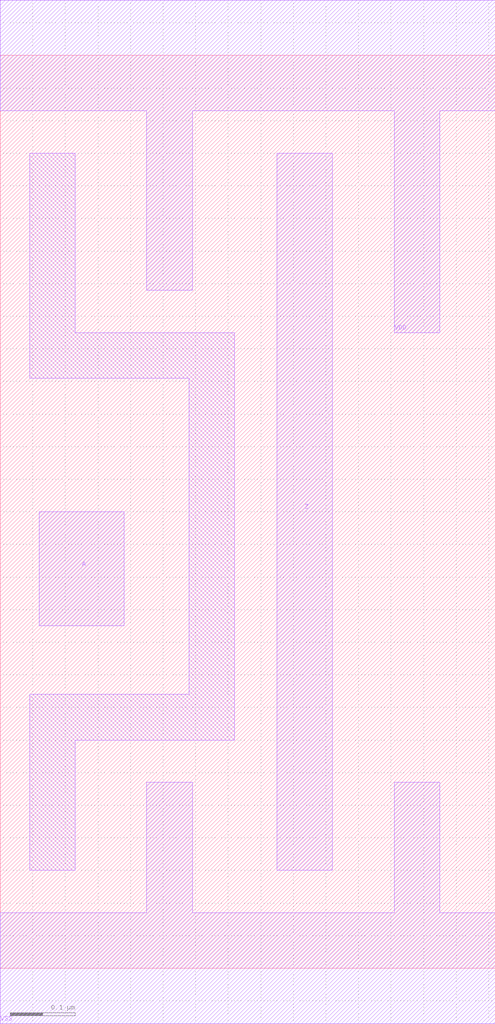
<source format=lef>
# 
# ******************************************************************************
# *                                                                            *
# *                   Copyright (C) 2004-2010, Nangate Inc.                    *
# *                           All rights reserved.                             *
# *                                                                            *
# * Nangate and the Nangate logo are trademarks of Nangate Inc.                *
# *                                                                            *
# * All trademarks, logos, software marks, and trade names (collectively the   *
# * "Marks") in this program are proprietary to Nangate or other respective    *
# * owners that have granted Nangate the right and license to use such Marks.  *
# * You are not permitted to use the Marks without the prior written consent   *
# * of Nangate or such third party that may own the Marks.                     *
# *                                                                            *
# * This file has been provided pursuant to a License Agreement containing     *
# * restrictions on its use. This file contains valuable trade secrets and     *
# * proprietary information of Nangate Inc., and is protected by U.S. and      *
# * international laws and/or treaties.                                        *
# *                                                                            *
# * The copyright notice(s) in this file does not indicate actual or intended  *
# * publication of this file.                                                  *
# *                                                                            *
# *     NGLibraryCreator, v2010.08-HR32-SP3-2010-08-05 - build 1009061800      *
# *                                                                            *
# ******************************************************************************
# 
# 
# Running on brazil06.nangate.com.br for user Giancarlo Franciscatto (gfr).
# Local time is now Fri, 3 Dec 2010, 19:32:18.
# Main process id is 27821.

VERSION 5.6 ;
BUSBITCHARS "[]" ;
DIVIDERCHAR "/" ;

MACRO CLKBUF_X2
  CLASS core ;
  FOREIGN CLKBUF_X2 0.0 0.0 ;
  ORIGIN 0 0 ;
  SYMMETRY X Y ;
  SITE FreePDK45_38x28_10R_NP_162NW_34O ;
  SIZE 0.76 BY 1.4 ;
  PIN A
    DIRECTION INPUT ;
    ANTENNAPARTIALMETALAREA 0.02275 LAYER metal1 ;
    ANTENNAPARTIALMETALSIDEAREA 0.0793 LAYER metal1 ;
    ANTENNAGATEAREA 0.04125 ;
    PORT
      LAYER metal1 ;
        POLYGON 0.06 0.525 0.19 0.525 0.19 0.7 0.06 0.7  ;
    END
  END A
  PIN Z
    DIRECTION OUTPUT ;
    ANTENNAPARTIALMETALAREA 0.0935 LAYER metal1 ;
    ANTENNAPARTIALMETALSIDEAREA 0.3081 LAYER metal1 ;
    ANTENNADIFFAREA 0.1155 ;
    PORT
      LAYER metal1 ;
        POLYGON 0.425 0.15 0.51 0.15 0.51 1.25 0.425 1.25  ;
    END
  END Z
  PIN VDD
    DIRECTION INOUT ;
    USE power ;
    SHAPE ABUTMENT ;
    PORT
      LAYER metal1 ;
        POLYGON 0 1.315 0.225 1.315 0.225 1.04 0.295 1.04 0.295 1.315 0.36 1.315 0.605 1.315 0.605 0.975 0.675 0.975 0.675 1.315 0.76 1.315 0.76 1.485 0.36 1.485 0 1.485  ;
    END
  END VDD
  PIN VSS
    DIRECTION INOUT ;
    USE ground ;
    SHAPE ABUTMENT ;
    PORT
      LAYER metal1 ;
        POLYGON 0 -0.085 0.76 -0.085 0.76 0.085 0.675 0.085 0.675 0.285 0.605 0.285 0.605 0.085 0.295 0.085 0.295 0.285 0.225 0.285 0.225 0.085 0 0.085  ;
    END
  END VSS
  OBS
      LAYER metal1 ;
        POLYGON 0.045 0.905 0.29 0.905 0.29 0.42 0.045 0.42 0.045 0.15 0.115 0.15 0.115 0.35 0.36 0.35 0.36 0.975 0.115 0.975 0.115 1.25 0.045 1.25  ;
  END
END CLKBUF_X2

END LIBRARY
#
# End of file
#

</source>
